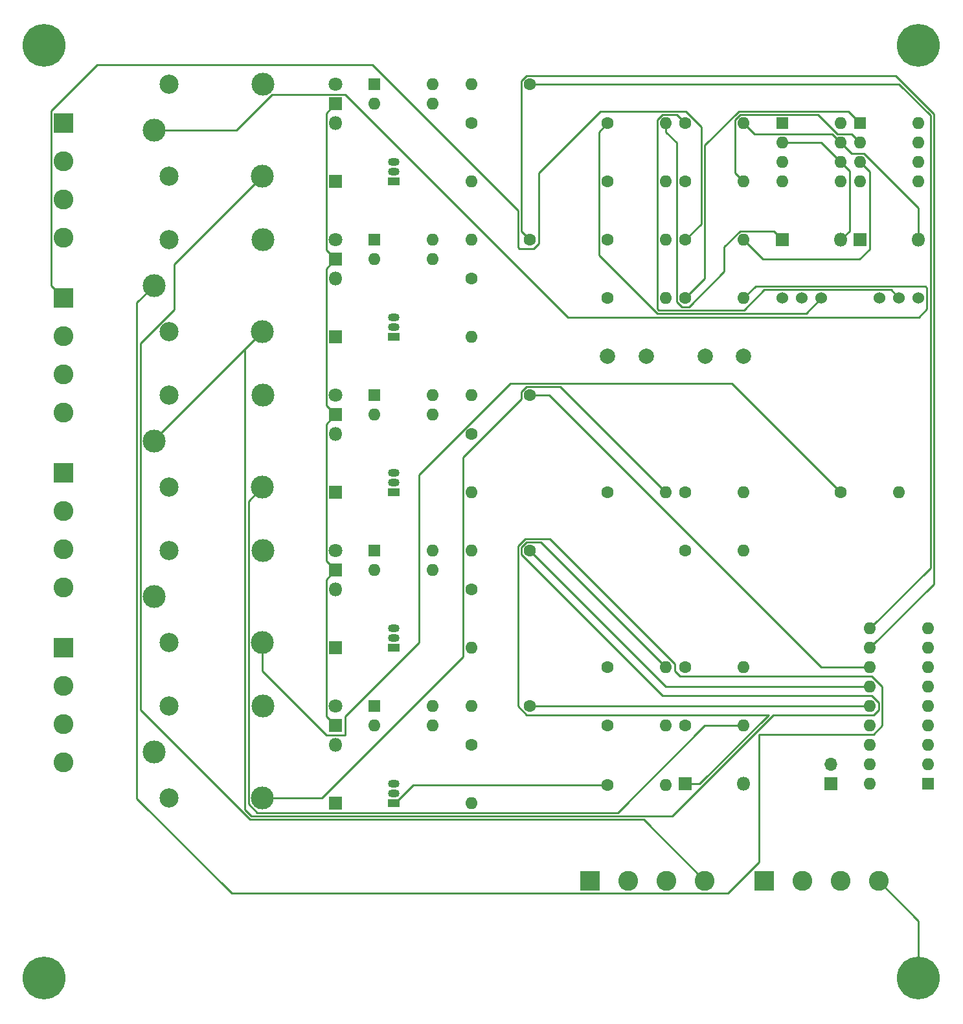
<source format=gbr>
%TF.GenerationSoftware,KiCad,Pcbnew,7.0.7-7.0.7~ubuntu22.04.1*%
%TF.CreationDate,2023-08-30T14:27:08-06:00*%
%TF.ProjectId,PWM_PCB,50574d5f-5043-4422-9e6b-696361645f70,rev?*%
%TF.SameCoordinates,Original*%
%TF.FileFunction,Copper,L2,Bot*%
%TF.FilePolarity,Positive*%
%FSLAX46Y46*%
G04 Gerber Fmt 4.6, Leading zero omitted, Abs format (unit mm)*
G04 Created by KiCad (PCBNEW 7.0.7-7.0.7~ubuntu22.04.1) date 2023-08-30 14:27:08*
%MOMM*%
%LPD*%
G01*
G04 APERTURE LIST*
%TA.AperFunction,ComponentPad*%
%ADD10C,1.600000*%
%TD*%
%TA.AperFunction,ComponentPad*%
%ADD11O,1.600000X1.600000*%
%TD*%
%TA.AperFunction,ComponentPad*%
%ADD12R,1.600000X1.600000*%
%TD*%
%TA.AperFunction,ComponentPad*%
%ADD13R,1.800000X1.800000*%
%TD*%
%TA.AperFunction,ComponentPad*%
%ADD14O,1.800000X1.800000*%
%TD*%
%TA.AperFunction,ComponentPad*%
%ADD15C,1.524000*%
%TD*%
%TA.AperFunction,ComponentPad*%
%ADD16C,3.000000*%
%TD*%
%TA.AperFunction,ComponentPad*%
%ADD17C,2.500000*%
%TD*%
%TA.AperFunction,ComponentPad*%
%ADD18R,2.600000X2.600000*%
%TD*%
%TA.AperFunction,ComponentPad*%
%ADD19C,2.600000*%
%TD*%
%TA.AperFunction,ComponentPad*%
%ADD20C,5.600000*%
%TD*%
%TA.AperFunction,ComponentPad*%
%ADD21C,2.000000*%
%TD*%
%TA.AperFunction,ComponentPad*%
%ADD22R,1.500000X1.050000*%
%TD*%
%TA.AperFunction,ComponentPad*%
%ADD23O,1.500000X1.050000*%
%TD*%
%TA.AperFunction,ComponentPad*%
%ADD24R,1.700000X1.700000*%
%TD*%
%TA.AperFunction,ComponentPad*%
%ADD25O,1.700000X1.700000*%
%TD*%
%TA.AperFunction,ComponentPad*%
%ADD26C,1.800000*%
%TD*%
%TA.AperFunction,Conductor*%
%ADD27C,0.250000*%
%TD*%
G04 APERTURE END LIST*
D10*
%TO.P,R5,1*%
%TO.N,Net-(D10-K)*%
X162560000Y-45720000D03*
D11*
%TO.P,R5,2*%
%TO.N,Net-(R5-Pad2)*%
X170180000Y-45720000D03*
%TD*%
D12*
%TO.P,U3,1,SCL*%
%TO.N,Net-(J5-Pin_1)*%
X204470000Y-124460000D03*
D11*
%TO.P,U3,2,SDA*%
%TO.N,Net-(J5-Pin_2)*%
X204470000Y-121920000D03*
%TO.P,U3,3,A2*%
%TO.N,Net-(D10-K)*%
X204470000Y-119380000D03*
%TO.P,U3,4,A1*%
X204470000Y-116840000D03*
%TO.P,U3,5,A0*%
X204470000Y-114300000D03*
%TO.P,U3,6,~{RESET}*%
%TO.N,Net-(D11-K)*%
X204470000Y-111760000D03*
%TO.P,U3,7,NC*%
%TO.N,unconnected-(U3-NC-Pad7)*%
X204470000Y-109220000D03*
%TO.P,U3,8,INT*%
%TO.N,unconnected-(U3-INT-Pad8)*%
X204470000Y-106680000D03*
%TO.P,U3,9,VSS*%
%TO.N,Net-(D10-K)*%
X204470000Y-104140000D03*
%TO.P,U3,10,GP0*%
%TO.N,Net-(U3-GP0)*%
X196850000Y-104140000D03*
%TO.P,U3,11,GP1*%
%TO.N,Net-(U3-GP1)*%
X196850000Y-106680000D03*
%TO.P,U3,12,GP2*%
%TO.N,Net-(U3-GP2)*%
X196850000Y-109220000D03*
%TO.P,U3,13,GP3*%
%TO.N,Net-(U3-GP3)*%
X196850000Y-111760000D03*
%TO.P,U3,14,GP4*%
%TO.N,Net-(U3-GP4)*%
X196850000Y-114300000D03*
%TO.P,U3,15,GP5*%
%TO.N,unconnected-(U3-GP5-Pad15)*%
X196850000Y-116840000D03*
%TO.P,U3,16,GP6*%
%TO.N,unconnected-(U3-GP6-Pad16)*%
X196850000Y-119380000D03*
%TO.P,U3,17,GP7*%
%TO.N,unconnected-(U3-GP7-Pad17)*%
X196850000Y-121920000D03*
%TO.P,U3,18,VDD*%
%TO.N,Net-(D11-K)*%
X196850000Y-124460000D03*
%TD*%
D13*
%TO.P,D13,1,K*%
%TO.N,Net-(D11-K)*%
X127000000Y-127000000D03*
D14*
%TO.P,D13,2,A*%
%TO.N,Net-(D13-A)*%
X127000000Y-119380000D03*
%TD*%
D12*
%TO.P,U2,1*%
%TO.N,Net-(R10-Pad2)*%
X195580000Y-38100000D03*
D11*
%TO.P,U2,2,-*%
%TO.N,Net-(U2--)*%
X195580000Y-40640000D03*
%TO.P,U2,3,+*%
%TO.N,Net-(U2-+)*%
X195580000Y-43180000D03*
%TO.P,U2,4,V-*%
%TO.N,Net-(J6-Pin_1)*%
X195580000Y-45720000D03*
%TO.P,U2,5*%
%TO.N,N/C*%
X203200000Y-45720000D03*
%TO.P,U2,6*%
X203200000Y-43180000D03*
%TO.P,U2,7*%
X203200000Y-40640000D03*
%TO.P,U2,8,V+*%
%TO.N,Net-(J4-Pin_1)*%
X203200000Y-38100000D03*
%TD*%
D12*
%TO.P,U8,1*%
%TO.N,Net-(R24-Pad2)*%
X132080000Y-114300000D03*
D11*
%TO.P,U8,2*%
%TO.N,Net-(D10-A)*%
X132080000Y-116840000D03*
%TO.P,U8,3*%
%TO.N,Net-(R27-Pad1)*%
X139700000Y-116840000D03*
%TO.P,U8,4*%
%TO.N,Net-(D11-K)*%
X139700000Y-114300000D03*
%TD*%
D10*
%TO.P,R9,1*%
%TO.N,Net-(J6-Pin_1)*%
X172720000Y-53340000D03*
D11*
%TO.P,R9,2*%
%TO.N,Net-(U2-+)*%
X180340000Y-53340000D03*
%TD*%
D13*
%TO.P,D4,1,K*%
%TO.N,Net-(D11-K)*%
X127000000Y-45720000D03*
D14*
%TO.P,D4,2,A*%
%TO.N,Net-(D4-A)*%
X127000000Y-38100000D03*
%TD*%
D10*
%TO.P,R27,1*%
%TO.N,Net-(R27-Pad1)*%
X144780000Y-119380000D03*
D11*
%TO.P,R27,2*%
%TO.N,Net-(Q5-B)*%
X144780000Y-127000000D03*
%TD*%
D10*
%TO.P,R18,1*%
%TO.N,Net-(R18-Pad1)*%
X144780000Y-38100000D03*
D11*
%TO.P,R18,2*%
%TO.N,Net-(Q1-B)*%
X144780000Y-45720000D03*
%TD*%
D10*
%TO.P,R26,1*%
%TO.N,Net-(R26-Pad1)*%
X144780000Y-99060000D03*
D11*
%TO.P,R26,2*%
%TO.N,Net-(Q4-B)*%
X144780000Y-106680000D03*
%TD*%
D15*
%TO.P,RV1,1,1*%
%TO.N,unconnected-(RV1-Pad1)*%
X185420000Y-60960000D03*
%TO.P,RV1,2,2*%
%TO.N,Net-(D1-A)*%
X187960000Y-60960000D03*
%TO.P,RV1,3,3*%
%TO.N,Net-(R1-Pad1)*%
X190500000Y-60960000D03*
%TD*%
D10*
%TO.P,R12,1*%
%TO.N,Net-(K4-Pad3)*%
X193040000Y-86360000D03*
D11*
%TO.P,R12,2*%
%TO.N,Net-(D10-K)*%
X200660000Y-86360000D03*
%TD*%
D13*
%TO.P,D12,1,K*%
%TO.N,Net-(D11-K)*%
X127000000Y-106680000D03*
D14*
%TO.P,D12,2,A*%
%TO.N,Net-(D12-A)*%
X127000000Y-99060000D03*
%TD*%
D16*
%TO.P,K3,1*%
%TO.N,Net-(K2-Pad3)*%
X103260000Y-79610000D03*
D17*
%TO.P,K3,2*%
%TO.N,Net-(D11-A)*%
X105210000Y-85660000D03*
D16*
%TO.P,K3,3*%
%TO.N,Net-(K3-Pad3)*%
X117410000Y-85660000D03*
%TO.P,K3,4*%
%TO.N,unconnected-(K3-Pad4)*%
X117460000Y-73610000D03*
D17*
%TO.P,K3,5*%
%TO.N,Net-(D11-K)*%
X105210000Y-73660000D03*
%TD*%
D10*
%TO.P,R8,1*%
%TO.N,Net-(U1-OUT)*%
X162560000Y-53340000D03*
D11*
%TO.P,R8,2*%
%TO.N,Net-(U2-+)*%
X170180000Y-53340000D03*
%TD*%
D15*
%TO.P,RV2,1,1*%
%TO.N,Net-(J4-Pin_1)*%
X198120000Y-60960000D03*
%TO.P,RV2,2,2*%
%TO.N,Net-(R2-Pad1)*%
X200660000Y-60960000D03*
%TO.P,RV2,3,3*%
%TO.N,unconnected-(RV2-Pad3)*%
X203200000Y-60960000D03*
%TD*%
D18*
%TO.P,J1,1,Pin_1*%
%TO.N,Net-(J1-Pin_1)*%
X160260000Y-137160000D03*
D19*
%TO.P,J1,2,Pin_2*%
%TO.N,Net-(D3-A)*%
X165260000Y-137160000D03*
%TO.P,J1,3,Pin_3*%
%TO.N,Net-(J1-Pin_3)*%
X170260000Y-137160000D03*
%TO.P,J1,4,Pin_4*%
%TO.N,Net-(J1-Pin_4)*%
X175260000Y-137160000D03*
%TD*%
D20*
%TO.P,,1*%
%TO.N,Net-(D10-K)*%
X203200000Y-27940000D03*
%TD*%
D18*
%TO.P,J6,1,Pin_1*%
%TO.N,Net-(J6-Pin_1)*%
X91440000Y-60960000D03*
D19*
%TO.P,J6,2,Pin_2*%
X91440000Y-65960000D03*
%TO.P,J6,3,Pin_3*%
X91440000Y-70960000D03*
%TO.P,J6,4,Pin_4*%
X91440000Y-75960000D03*
%TD*%
D10*
%TO.P,R20,1*%
%TO.N,Net-(U3-GP0)*%
X152400000Y-33020000D03*
D11*
%TO.P,R20,2*%
%TO.N,Net-(R20-Pad2)*%
X144780000Y-33020000D03*
%TD*%
D18*
%TO.P,J4,1,Pin_1*%
%TO.N,Net-(J4-Pin_1)*%
X91440000Y-83820000D03*
D19*
%TO.P,J4,2,Pin_2*%
X91440000Y-88820000D03*
%TO.P,J4,3,Pin_3*%
X91440000Y-93820000D03*
%TO.P,J4,4,Pin_4*%
X91440000Y-98820000D03*
%TD*%
D10*
%TO.P,R3,1*%
%TO.N,Net-(R3-Pad1)*%
X172720000Y-86360000D03*
D11*
%TO.P,R3,2*%
%TO.N,Net-(K5-Pad3)*%
X180340000Y-86360000D03*
%TD*%
D12*
%TO.P,U5,1*%
%TO.N,Net-(R21-Pad2)*%
X132080000Y-53340000D03*
D11*
%TO.P,U5,2*%
%TO.N,Net-(D7-A)*%
X132080000Y-55880000D03*
%TO.P,U5,3*%
%TO.N,Net-(R19-Pad1)*%
X139700000Y-55880000D03*
%TO.P,U5,4*%
%TO.N,Net-(D11-K)*%
X139700000Y-53340000D03*
%TD*%
D16*
%TO.P,K5,1*%
%TO.N,Net-(J1-Pin_1)*%
X103260000Y-120250000D03*
D17*
%TO.P,K5,2*%
%TO.N,Net-(D13-A)*%
X105210000Y-126300000D03*
D16*
%TO.P,K5,3*%
%TO.N,Net-(K5-Pad3)*%
X117410000Y-126300000D03*
%TO.P,K5,4*%
%TO.N,unconnected-(K5-Pad4)*%
X117460000Y-114250000D03*
D17*
%TO.P,K5,5*%
%TO.N,Net-(D11-K)*%
X105210000Y-114300000D03*
%TD*%
D10*
%TO.P,R22,1*%
%TO.N,Net-(U3-GP2)*%
X152400000Y-73660000D03*
D11*
%TO.P,R22,2*%
%TO.N,Net-(R22-Pad2)*%
X144780000Y-73660000D03*
%TD*%
D10*
%TO.P,R25,1*%
%TO.N,Net-(R25-Pad1)*%
X144780000Y-78740000D03*
D11*
%TO.P,R25,2*%
%TO.N,Net-(Q3-B)*%
X144780000Y-86360000D03*
%TD*%
D21*
%TO.P,C2,1*%
%TO.N,Net-(D1-K)*%
X175340000Y-68580000D03*
%TO.P,C2,2*%
%TO.N,Net-(D10-K)*%
X180340000Y-68580000D03*
%TD*%
D22*
%TO.P,Q4,1,E*%
%TO.N,Net-(D10-K)*%
X134620000Y-106680000D03*
D23*
%TO.P,Q4,2,C*%
%TO.N,Net-(D12-A)*%
X134620000Y-105410000D03*
%TO.P,Q4,3,B*%
%TO.N,Net-(Q4-B)*%
X134620000Y-104140000D03*
%TD*%
D10*
%TO.P,R4,1*%
%TO.N,Net-(D11-K)*%
X162560000Y-86360000D03*
D11*
%TO.P,R4,2*%
%TO.N,Net-(K5-Pad3)*%
X170180000Y-86360000D03*
%TD*%
D12*
%TO.P,U4,1*%
%TO.N,Net-(R20-Pad2)*%
X132080000Y-33020000D03*
D11*
%TO.P,U4,2*%
%TO.N,Net-(D6-A)*%
X132080000Y-35560000D03*
%TO.P,U4,3*%
%TO.N,Net-(R18-Pad1)*%
X139700000Y-35560000D03*
%TO.P,U4,4*%
%TO.N,Net-(D11-K)*%
X139700000Y-33020000D03*
%TD*%
D13*
%TO.P,D11,1,K*%
%TO.N,Net-(D11-K)*%
X127000000Y-86360000D03*
D14*
%TO.P,D11,2,A*%
%TO.N,Net-(D11-A)*%
X127000000Y-78740000D03*
%TD*%
D10*
%TO.P,R16,1*%
%TO.N,Net-(R16-Pad1)*%
X172720000Y-116840000D03*
D11*
%TO.P,R16,2*%
%TO.N,Net-(K3-Pad3)*%
X180340000Y-116840000D03*
%TD*%
D24*
%TO.P,J5,1,Pin_1*%
%TO.N,Net-(J5-Pin_1)*%
X191770000Y-124460000D03*
D25*
%TO.P,J5,2,Pin_2*%
%TO.N,Net-(J5-Pin_2)*%
X191770000Y-121920000D03*
%TD*%
D10*
%TO.P,R6,1*%
%TO.N,Net-(D10-K)*%
X172720000Y-93980000D03*
D11*
%TO.P,R6,2*%
%TO.N,Net-(R3-Pad1)*%
X180340000Y-93980000D03*
%TD*%
D18*
%TO.P,J2,1,Pin_1*%
%TO.N,Net-(D10-K)*%
X183000000Y-137160000D03*
D19*
%TO.P,J2,2,Pin_2*%
X188000000Y-137160000D03*
%TO.P,J2,3,Pin_3*%
X193000000Y-137160000D03*
%TO.P,J2,4,Pin_4*%
X198000000Y-137160000D03*
%TD*%
D13*
%TO.P,D2,1,K*%
%TO.N,Net-(D2-K)*%
X185420000Y-53340000D03*
D14*
%TO.P,D2,2,A*%
%TO.N,Net-(D1-K)*%
X193040000Y-53340000D03*
%TD*%
D16*
%TO.P,K4,1*%
%TO.N,Net-(J1-Pin_3)*%
X103260000Y-99930000D03*
D17*
%TO.P,K4,2*%
%TO.N,Net-(D12-A)*%
X105210000Y-105980000D03*
D16*
%TO.P,K4,3*%
%TO.N,Net-(K4-Pad3)*%
X117410000Y-105980000D03*
%TO.P,K4,4*%
%TO.N,unconnected-(K4-Pad4)*%
X117460000Y-93930000D03*
D17*
%TO.P,K4,5*%
%TO.N,Net-(D11-K)*%
X105210000Y-93980000D03*
%TD*%
D10*
%TO.P,R14,1*%
%TO.N,Net-(R14-Pad1)*%
X172720000Y-109220000D03*
D11*
%TO.P,R14,2*%
%TO.N,Net-(R13-Pad1)*%
X180340000Y-109220000D03*
%TD*%
D22*
%TO.P,Q1,1,E*%
%TO.N,Net-(D10-K)*%
X134620000Y-45720000D03*
D23*
%TO.P,Q1,2,C*%
%TO.N,Net-(D4-A)*%
X134620000Y-44450000D03*
%TO.P,Q1,3,B*%
%TO.N,Net-(Q1-B)*%
X134620000Y-43180000D03*
%TD*%
D13*
%TO.P,D9,1,K*%
%TO.N,Net-(D10-K)*%
X127000000Y-96520000D03*
D26*
%TO.P,D9,2,A*%
%TO.N,Net-(D9-A)*%
X127000000Y-93980000D03*
%TD*%
D10*
%TO.P,R15,1*%
%TO.N,Net-(D10-K)*%
X162560000Y-116840000D03*
D11*
%TO.P,R15,2*%
%TO.N,Net-(R14-Pad1)*%
X170180000Y-116840000D03*
%TD*%
D13*
%TO.P,D7,1,K*%
%TO.N,Net-(D10-K)*%
X127000000Y-55880000D03*
D26*
%TO.P,D7,2,A*%
%TO.N,Net-(D7-A)*%
X127000000Y-53340000D03*
%TD*%
D10*
%TO.P,R17,1*%
%TO.N,Net-(D10-K)*%
X162560000Y-124630000D03*
D11*
%TO.P,R17,2*%
%TO.N,Net-(R16-Pad1)*%
X170180000Y-124630000D03*
%TD*%
D22*
%TO.P,Q2,1,E*%
%TO.N,Net-(D10-K)*%
X134620000Y-66040000D03*
D23*
%TO.P,Q2,2,C*%
%TO.N,Net-(D5-A)*%
X134620000Y-64770000D03*
%TO.P,Q2,3,B*%
%TO.N,Net-(Q2-B)*%
X134620000Y-63500000D03*
%TD*%
D10*
%TO.P,R10,1*%
%TO.N,Net-(U2--)*%
X162560000Y-60960000D03*
D11*
%TO.P,R10,2*%
%TO.N,Net-(R10-Pad2)*%
X170180000Y-60960000D03*
%TD*%
D13*
%TO.P,D8,1,K*%
%TO.N,Net-(D10-K)*%
X127000000Y-76200000D03*
D26*
%TO.P,D8,2,A*%
%TO.N,Net-(D8-A)*%
X127000000Y-73660000D03*
%TD*%
D22*
%TO.P,Q5,1,E*%
%TO.N,Net-(D10-K)*%
X134620000Y-127000000D03*
D23*
%TO.P,Q5,2,C*%
%TO.N,Net-(D13-A)*%
X134620000Y-125730000D03*
%TO.P,Q5,3,B*%
%TO.N,Net-(Q5-B)*%
X134620000Y-124460000D03*
%TD*%
D10*
%TO.P,R21,1*%
%TO.N,Net-(U3-GP1)*%
X152400000Y-53340000D03*
D11*
%TO.P,R21,2*%
%TO.N,Net-(R21-Pad2)*%
X144780000Y-53340000D03*
%TD*%
D13*
%TO.P,D3,1,K*%
%TO.N,Net-(D3-K)*%
X172720000Y-124460000D03*
D14*
%TO.P,D3,2,A*%
%TO.N,Net-(D3-A)*%
X180340000Y-124460000D03*
%TD*%
D13*
%TO.P,D5,1,K*%
%TO.N,Net-(D11-K)*%
X127000000Y-66040000D03*
D14*
%TO.P,D5,2,A*%
%TO.N,Net-(D5-A)*%
X127000000Y-58420000D03*
%TD*%
D16*
%TO.P,K1,1*%
%TO.N,Net-(K1-Pad1)*%
X103260000Y-38970000D03*
D17*
%TO.P,K1,2*%
%TO.N,Net-(D4-A)*%
X105210000Y-45020000D03*
D16*
%TO.P,K1,3*%
%TO.N,Net-(J1-Pin_4)*%
X117410000Y-45020000D03*
%TO.P,K1,4*%
%TO.N,unconnected-(K1-Pad4)*%
X117460000Y-32970000D03*
D17*
%TO.P,K1,5*%
%TO.N,Net-(D11-K)*%
X105210000Y-33020000D03*
%TD*%
D10*
%TO.P,R13,1*%
%TO.N,Net-(R13-Pad1)*%
X162560000Y-109220000D03*
D11*
%TO.P,R13,2*%
%TO.N,Net-(K2-Pad3)*%
X170180000Y-109220000D03*
%TD*%
D18*
%TO.P,J3,1,Pin_1*%
%TO.N,Net-(D10-K)*%
X91440000Y-38100000D03*
D19*
%TO.P,J3,2,Pin_2*%
X91440000Y-43100000D03*
%TO.P,J3,3,Pin_3*%
X91440000Y-48100000D03*
%TO.P,J3,4,Pin_4*%
X91440000Y-53100000D03*
%TD*%
D12*
%TO.P,U1,1,GND*%
%TO.N,Net-(D10-K)*%
X185420000Y-38100000D03*
D11*
%TO.P,U1,2,TR*%
%TO.N,Net-(D1-K)*%
X185420000Y-40640000D03*
%TO.P,U1,3,OUT*%
%TO.N,Net-(U1-OUT)*%
X185420000Y-43180000D03*
%TO.P,U1,4,RST*%
%TO.N,Net-(J4-Pin_1)*%
X185420000Y-45720000D03*
%TO.P,U1,5,CTL*%
%TO.N,Net-(U1-CTL)*%
X193040000Y-45720000D03*
%TO.P,U1,6,TH*%
%TO.N,Net-(D1-K)*%
X193040000Y-43180000D03*
%TO.P,U1,7,DIS*%
%TO.N,Net-(D1-A)*%
X193040000Y-40640000D03*
%TO.P,U1,8,VCC*%
%TO.N,Net-(J4-Pin_1)*%
X193040000Y-38100000D03*
%TD*%
D12*
%TO.P,U7,1*%
%TO.N,Net-(R23-Pad2)*%
X132080000Y-93980000D03*
D11*
%TO.P,U7,2*%
%TO.N,Net-(D9-A)*%
X132080000Y-96520000D03*
%TO.P,U7,3*%
%TO.N,Net-(R26-Pad1)*%
X139700000Y-96520000D03*
%TO.P,U7,4*%
%TO.N,Net-(D11-K)*%
X139700000Y-93980000D03*
%TD*%
D10*
%TO.P,R7,1*%
%TO.N,Net-(R5-Pad2)*%
X172720000Y-45720000D03*
D11*
%TO.P,R7,2*%
%TO.N,Net-(U2--)*%
X180340000Y-45720000D03*
%TD*%
D13*
%TO.P,D1,1,K*%
%TO.N,Net-(D1-K)*%
X195580000Y-53340000D03*
D14*
%TO.P,D1,2,A*%
%TO.N,Net-(D1-A)*%
X203200000Y-53340000D03*
%TD*%
D12*
%TO.P,U6,1*%
%TO.N,Net-(R22-Pad2)*%
X132080000Y-73660000D03*
D11*
%TO.P,U6,2*%
%TO.N,Net-(D8-A)*%
X132080000Y-76200000D03*
%TO.P,U6,3*%
%TO.N,Net-(R25-Pad1)*%
X139700000Y-76200000D03*
%TO.P,U6,4*%
%TO.N,Net-(D11-K)*%
X139700000Y-73660000D03*
%TD*%
D13*
%TO.P,D6,1,K*%
%TO.N,Net-(D10-K)*%
X127000000Y-35560000D03*
D26*
%TO.P,D6,2,A*%
%TO.N,Net-(D6-A)*%
X127000000Y-33020000D03*
%TD*%
D10*
%TO.P,R2,1*%
%TO.N,Net-(R2-Pad1)*%
X172720000Y-38100000D03*
D11*
%TO.P,R2,2*%
%TO.N,Net-(D1-A)*%
X180340000Y-38100000D03*
%TD*%
D10*
%TO.P,R23,1*%
%TO.N,Net-(U3-GP3)*%
X152400000Y-93980000D03*
D11*
%TO.P,R23,2*%
%TO.N,Net-(R23-Pad2)*%
X144780000Y-93980000D03*
%TD*%
D10*
%TO.P,R11,1*%
%TO.N,Net-(R10-Pad2)*%
X172720000Y-60960000D03*
D11*
%TO.P,R11,2*%
%TO.N,Net-(K1-Pad1)*%
X180340000Y-60960000D03*
%TD*%
D20*
%TO.P,REF\u002A\u002A,1*%
%TO.N,Net-(D10-K)*%
X88900000Y-149860000D03*
%TD*%
D10*
%TO.P,R24,1*%
%TO.N,Net-(U3-GP4)*%
X152400000Y-114300000D03*
D11*
%TO.P,R24,2*%
%TO.N,Net-(R24-Pad2)*%
X144780000Y-114300000D03*
%TD*%
D10*
%TO.P,R19,1*%
%TO.N,Net-(R19-Pad1)*%
X144780000Y-58420000D03*
D11*
%TO.P,R19,2*%
%TO.N,Net-(Q2-B)*%
X144780000Y-66040000D03*
%TD*%
D18*
%TO.P,J7,1,Pin_1*%
%TO.N,Net-(D11-K)*%
X91440000Y-106680000D03*
D19*
%TO.P,J7,2,Pin_2*%
X91440000Y-111680000D03*
%TO.P,J7,3,Pin_3*%
X91440000Y-116680000D03*
%TO.P,J7,4,Pin_4*%
X91440000Y-121680000D03*
%TD*%
D16*
%TO.P,K2,1*%
%TO.N,Net-(D3-K)*%
X103260000Y-59290000D03*
D17*
%TO.P,K2,2*%
%TO.N,Net-(D5-A)*%
X105210000Y-65340000D03*
D16*
%TO.P,K2,3*%
%TO.N,Net-(K2-Pad3)*%
X117410000Y-65340000D03*
%TO.P,K2,4*%
%TO.N,unconnected-(K2-Pad4)*%
X117460000Y-53290000D03*
D17*
%TO.P,K2,5*%
%TO.N,Net-(D11-K)*%
X105210000Y-53340000D03*
%TD*%
D20*
%TO.P,,1*%
%TO.N,Net-(D10-K)*%
X88900000Y-27940000D03*
%TD*%
D22*
%TO.P,Q3,1,E*%
%TO.N,Net-(D10-K)*%
X134620000Y-86360000D03*
D23*
%TO.P,Q3,2,C*%
%TO.N,Net-(D11-A)*%
X134620000Y-85090000D03*
%TO.P,Q3,3,B*%
%TO.N,Net-(Q3-B)*%
X134620000Y-83820000D03*
%TD*%
D13*
%TO.P,D10,1,K*%
%TO.N,Net-(D10-K)*%
X127000000Y-116840000D03*
D26*
%TO.P,D10,2,A*%
%TO.N,Net-(D10-A)*%
X127000000Y-114300000D03*
%TD*%
D10*
%TO.P,R1,1*%
%TO.N,Net-(R1-Pad1)*%
X162560000Y-38100000D03*
D11*
%TO.P,R1,2*%
%TO.N,Net-(D2-K)*%
X170180000Y-38100000D03*
%TD*%
D21*
%TO.P,C1,1*%
%TO.N,Net-(U1-CTL)*%
X162560000Y-68580000D03*
%TO.P,C1,2*%
%TO.N,Net-(D10-K)*%
X167560000Y-68580000D03*
%TD*%
D20*
%TO.P,,1*%
%TO.N,Net-(D10-K)*%
X203200000Y-149860000D03*
%TD*%
D27*
%TO.N,Net-(D1-K)*%
X190500000Y-40640000D02*
X193040000Y-43180000D01*
X185420000Y-40640000D02*
X190500000Y-40640000D01*
X193040000Y-43180000D02*
X194165000Y-44305000D01*
X194165000Y-52215000D02*
X193040000Y-53340000D01*
X194165000Y-44305000D02*
X194165000Y-52215000D01*
%TO.N,Net-(D1-A)*%
X193040000Y-40640000D02*
X191915000Y-39515000D01*
X194455000Y-42055000D02*
X196045991Y-42055000D01*
X191915000Y-39515000D02*
X181755000Y-39515000D01*
X196045991Y-42055000D02*
X203200000Y-49209009D01*
X181755000Y-39515000D02*
X180340000Y-38100000D01*
X203200000Y-49209009D02*
X203200000Y-53340000D01*
X193040000Y-40640000D02*
X194455000Y-42055000D01*
%TO.N,Net-(D2-K)*%
X177800000Y-57470991D02*
X173185991Y-62085000D01*
X171595000Y-61425991D02*
X171595000Y-40646370D01*
X177800000Y-54289009D02*
X177800000Y-57470991D01*
X173185991Y-62085000D02*
X172254009Y-62085000D01*
X171595000Y-40646370D02*
X170180000Y-39231370D01*
X179874009Y-52215000D02*
X177800000Y-54289009D01*
X185420000Y-53340000D02*
X184295000Y-52215000D01*
X184295000Y-52215000D02*
X179874009Y-52215000D01*
X172254009Y-62085000D02*
X171595000Y-61425991D01*
X170180000Y-39231370D02*
X170180000Y-38100000D01*
%TO.N,Net-(U2--)*%
X179874009Y-36975000D02*
X179215000Y-37634009D01*
X192551396Y-39515000D02*
X190011396Y-36975000D01*
X195580000Y-40640000D02*
X194455000Y-39515000D01*
X179215000Y-37634009D02*
X179215000Y-44595000D01*
X179215000Y-44595000D02*
X180340000Y-45720000D01*
X190011396Y-36975000D02*
X179874009Y-36975000D01*
X194455000Y-39515000D02*
X192551396Y-39515000D01*
%TO.N,Net-(U2-+)*%
X196805000Y-44405000D02*
X196805000Y-54565000D01*
X195580000Y-43180000D02*
X196805000Y-44405000D01*
X195490000Y-55880000D02*
X182880000Y-55880000D01*
X196805000Y-54565000D02*
X195490000Y-55880000D01*
X182880000Y-55880000D02*
X180340000Y-53340000D01*
%TO.N,Net-(R1-Pad1)*%
X190500000Y-60960000D02*
X188475000Y-62985000D01*
X161435000Y-39225000D02*
X162560000Y-38100000D01*
X161435000Y-55391396D02*
X161435000Y-39225000D01*
X169028604Y-62985000D02*
X161435000Y-55391396D01*
X188475000Y-62985000D02*
X169028604Y-62985000D01*
%TO.N,Net-(R2-Pad1)*%
X169055000Y-62375000D02*
X169215000Y-62535000D01*
X180355991Y-62535000D02*
X183017991Y-59873000D01*
X169215000Y-62535000D02*
X180355991Y-62535000D01*
X199573000Y-59873000D02*
X200660000Y-60960000D01*
X171595000Y-36975000D02*
X169714009Y-36975000D01*
X169714009Y-36975000D02*
X169055000Y-37634009D01*
X169055000Y-37634009D02*
X169055000Y-62375000D01*
X183017991Y-59873000D02*
X199573000Y-59873000D01*
X172720000Y-38100000D02*
X171595000Y-36975000D01*
%TO.N,Net-(J1-Pin_4)*%
X115788604Y-129125000D02*
X167225000Y-129125000D01*
X101435000Y-66887613D02*
X101435000Y-114771396D01*
X105862387Y-56567613D02*
X105862387Y-62460226D01*
X105862387Y-62460226D02*
X101435000Y-66887613D01*
X101435000Y-114771396D02*
X115788604Y-129125000D01*
X117410000Y-45020000D02*
X105862387Y-56567613D01*
X167225000Y-129125000D02*
X175260000Y-137160000D01*
%TO.N,Net-(D3-K)*%
X154955991Y-92405000D02*
X151747613Y-92405000D01*
X151934009Y-115425000D02*
X183568604Y-115425000D01*
X197025991Y-110345000D02*
X171964009Y-110345000D01*
X171305000Y-108754009D02*
X154955991Y-92405000D01*
X113385000Y-138785000D02*
X178233098Y-138785000D01*
X150825000Y-114315991D02*
X151934009Y-115425000D01*
X198425000Y-111744009D02*
X197025991Y-110345000D01*
X198425000Y-116855991D02*
X198425000Y-111744009D01*
X150825000Y-93327613D02*
X150825000Y-114315991D01*
X182301396Y-117965000D02*
X197315991Y-117965000D01*
X171305000Y-109685991D02*
X171305000Y-108754009D01*
X100985000Y-61565000D02*
X100985000Y-126385000D01*
X174533604Y-124460000D02*
X172720000Y-124460000D01*
X171964009Y-110345000D02*
X171305000Y-109685991D01*
X197315991Y-117965000D02*
X198425000Y-116855991D01*
X178233098Y-138785000D02*
X182301396Y-134716702D01*
X100985000Y-126385000D02*
X113385000Y-138785000D01*
X182301396Y-134716702D02*
X182301396Y-117965000D01*
X103260000Y-59290000D02*
X100985000Y-61565000D01*
X183568604Y-115425000D02*
X174533604Y-124460000D01*
X151747613Y-92405000D02*
X150825000Y-93327613D01*
%TO.N,Net-(J6-Pin_1)*%
X89815000Y-59335000D02*
X89815000Y-36475000D01*
X152865991Y-54465000D02*
X153525000Y-53805991D01*
X95810000Y-30480000D02*
X131790000Y-30480000D01*
X174810000Y-51250000D02*
X172720000Y-53340000D01*
X91440000Y-60960000D02*
X89815000Y-59335000D01*
X150985000Y-54465000D02*
X152865991Y-54465000D01*
X153525000Y-53805991D02*
X153525000Y-44595000D01*
X89815000Y-36475000D02*
X95810000Y-30480000D01*
X174810000Y-38599009D02*
X174810000Y-51250000D01*
X161595000Y-36525000D02*
X172735991Y-36525000D01*
X131790000Y-30480000D02*
X150825000Y-49515000D01*
X172735991Y-36525000D02*
X174810000Y-38599009D01*
X150825000Y-54305000D02*
X150985000Y-54465000D01*
X153525000Y-44595000D02*
X161595000Y-36525000D01*
X150825000Y-49515000D02*
X150825000Y-54305000D01*
%TO.N,Net-(R10-Pad2)*%
X179687613Y-36525000D02*
X175260000Y-40952613D01*
X194005000Y-36525000D02*
X179687613Y-36525000D01*
X195580000Y-38100000D02*
X194005000Y-36525000D01*
X175260000Y-40952613D02*
X175260000Y-58420000D01*
X175260000Y-58420000D02*
X172720000Y-60960000D01*
%TO.N,Net-(K1-Pad1)*%
X128225000Y-34335000D02*
X157325000Y-63435000D01*
X103260000Y-38970000D02*
X114040940Y-38970000D01*
X181877000Y-59423000D02*
X180340000Y-60960000D01*
X118675940Y-34335000D02*
X128225000Y-34335000D01*
X157325000Y-63435000D02*
X203265000Y-63435000D01*
X204287000Y-59632000D02*
X204078000Y-59423000D01*
X204287000Y-62413000D02*
X204287000Y-59632000D01*
X114040940Y-38970000D02*
X118675940Y-34335000D01*
X204078000Y-59423000D02*
X181877000Y-59423000D01*
X203265000Y-63435000D02*
X204287000Y-62413000D01*
%TO.N,Net-(D10-K)*%
X127000000Y-76200000D02*
X125775000Y-74975000D01*
X127000000Y-116840000D02*
X125775000Y-115615000D01*
X127000000Y-96520000D02*
X125775000Y-95295000D01*
X125775000Y-57105000D02*
X127000000Y-55880000D01*
X125775000Y-54655000D02*
X125775000Y-36785000D01*
X134777082Y-127000000D02*
X134620000Y-127000000D01*
X125775000Y-95295000D02*
X125775000Y-77425000D01*
X203200000Y-149860000D02*
X203200000Y-142360000D01*
X125775000Y-77425000D02*
X127000000Y-76200000D01*
X127000000Y-55880000D02*
X125775000Y-54655000D01*
X125775000Y-36785000D02*
X127000000Y-35560000D01*
X137147082Y-124630000D02*
X134777082Y-127000000D01*
X162560000Y-124630000D02*
X137147082Y-124630000D01*
X203200000Y-142360000D02*
X198000000Y-137160000D01*
X125775000Y-97745000D02*
X127000000Y-96520000D01*
X125775000Y-74975000D02*
X125775000Y-57105000D01*
X125775000Y-115615000D02*
X125775000Y-97745000D01*
%TO.N,Net-(K2-Pad3)*%
X197975000Y-113834009D02*
X197025991Y-112885000D01*
X115135000Y-67615000D02*
X115135000Y-127835000D01*
X115135000Y-127835000D02*
X115975000Y-128675000D01*
X151275000Y-93514009D02*
X151934009Y-92855000D01*
X197025991Y-112885000D02*
X169714009Y-112885000D01*
X151934009Y-92855000D02*
X153815000Y-92855000D01*
X117410000Y-65340000D02*
X103260000Y-79490000D01*
X103260000Y-79490000D02*
X103260000Y-79610000D01*
X153815000Y-92855000D02*
X170180000Y-109220000D01*
X197975000Y-114765991D02*
X197975000Y-113834009D01*
X169714009Y-112885000D02*
X151275000Y-94445991D01*
X184205000Y-115425000D02*
X197315991Y-115425000D01*
X115975000Y-128675000D02*
X170955000Y-128675000D01*
X197315991Y-115425000D02*
X197975000Y-114765991D01*
X117410000Y-65340000D02*
X115135000Y-67615000D01*
X151275000Y-94445991D02*
X151275000Y-93514009D01*
X170955000Y-128675000D02*
X184205000Y-115425000D01*
%TO.N,Net-(K3-Pad3)*%
X115585000Y-127055940D02*
X116754060Y-128225000D01*
X116754060Y-128225000D02*
X163875000Y-128225000D01*
X175260000Y-116840000D02*
X180340000Y-116840000D01*
X115585000Y-87485000D02*
X115585000Y-127055940D01*
X117410000Y-85660000D02*
X115585000Y-87485000D01*
X163875000Y-128225000D02*
X175260000Y-116840000D01*
%TO.N,Net-(K4-Pad3)*%
X117410000Y-105980000D02*
X117410000Y-109700000D01*
X128225000Y-115615000D02*
X137860000Y-105980000D01*
X178765000Y-72085000D02*
X193040000Y-86360000D01*
X125775000Y-118065000D02*
X128225000Y-118065000D01*
X128225000Y-118065000D02*
X128225000Y-115615000D01*
X137860000Y-84069009D02*
X149844009Y-72085000D01*
X149844009Y-72085000D02*
X178765000Y-72085000D01*
X137860000Y-105980000D02*
X137860000Y-84069009D01*
X117410000Y-109700000D02*
X125775000Y-118065000D01*
%TO.N,Net-(K5-Pad3)*%
X143655000Y-107805000D02*
X143655000Y-81745991D01*
X151275000Y-73194009D02*
X151934009Y-72535000D01*
X151934009Y-72535000D02*
X156355000Y-72535000D01*
X151275000Y-74125991D02*
X151275000Y-73194009D01*
X125160000Y-126300000D02*
X143655000Y-107805000D01*
X156355000Y-72535000D02*
X170180000Y-86360000D01*
X117410000Y-126300000D02*
X125160000Y-126300000D01*
X143655000Y-81745991D02*
X151275000Y-74125991D01*
%TO.N,Net-(U3-GP0)*%
X196850000Y-104140000D02*
X204737000Y-96253000D01*
X204737000Y-37097000D02*
X200660000Y-33020000D01*
X204737000Y-96253000D02*
X204737000Y-37097000D01*
X200660000Y-33020000D02*
X152400000Y-33020000D01*
%TO.N,Net-(U3-GP1)*%
X151275000Y-32554009D02*
X151275000Y-52215000D01*
X196850000Y-106680000D02*
X205187000Y-98343000D01*
X151934009Y-31895000D02*
X151275000Y-32554009D01*
X151275000Y-52215000D02*
X152400000Y-53340000D01*
X205187000Y-98343000D02*
X205187000Y-36910604D01*
X200171396Y-31895000D02*
X151934009Y-31895000D01*
X205187000Y-36910604D02*
X200171396Y-31895000D01*
%TO.N,Net-(U3-GP2)*%
X190500000Y-109220000D02*
X154940000Y-73660000D01*
X196850000Y-109220000D02*
X190500000Y-109220000D01*
X154940000Y-73660000D02*
X152400000Y-73660000D01*
%TO.N,Net-(U3-GP3)*%
X196850000Y-111760000D02*
X170180000Y-111760000D01*
X170180000Y-111760000D02*
X152400000Y-93980000D01*
%TO.N,Net-(U3-GP4)*%
X196850000Y-114300000D02*
X152400000Y-114300000D01*
%TD*%
M02*

</source>
